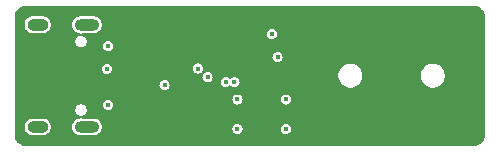
<source format=gbr>
%TF.GenerationSoftware,KiCad,Pcbnew,8.0.1-8.0.1-1~ubuntu22.04.1*%
%TF.CreationDate,2024-03-29T11:51:52+01:00*%
%TF.ProjectId,usb2mid,75736232-6d69-4642-9e6b-696361645f70,rev?*%
%TF.SameCoordinates,Original*%
%TF.FileFunction,Copper,L3,Inr*%
%TF.FilePolarity,Positive*%
%FSLAX46Y46*%
G04 Gerber Fmt 4.6, Leading zero omitted, Abs format (unit mm)*
G04 Created by KiCad (PCBNEW 8.0.1-8.0.1-1~ubuntu22.04.1) date 2024-03-29 11:51:52*
%MOMM*%
%LPD*%
G01*
G04 APERTURE LIST*
%TA.AperFunction,ComponentPad*%
%ADD10O,2.100000X1.000000*%
%TD*%
%TA.AperFunction,ComponentPad*%
%ADD11O,1.800000X1.000000*%
%TD*%
%TA.AperFunction,ViaPad*%
%ADD12C,0.450000*%
%TD*%
G04 APERTURE END LIST*
D10*
%TO.N,unconnected-(J1-SHIELD-PadS1)_2*%
%TO.C,J1*%
X28205000Y-45680000D03*
D11*
%TO.N,unconnected-(J1-SHIELD-PadS1)_1*%
X24025000Y-45680000D03*
D10*
%TO.N,unconnected-(J1-SHIELD-PadS1)_0*%
X28205000Y-54320000D03*
D11*
%TO.N,unconnected-(J1-SHIELD-PadS1)*%
X24025000Y-54320000D03*
%TD*%
D12*
%TO.N,+3.3V*%
X44345000Y-48435000D03*
X34780000Y-50800000D03*
%TO.N,GND*%
X30000000Y-46760000D03*
X46100000Y-50600000D03*
X40125000Y-46825000D03*
X34900000Y-45580000D03*
X35060000Y-54000000D03*
X31550000Y-54000000D03*
X40690000Y-55640000D03*
X41275000Y-47975000D03*
X33310000Y-51700000D03*
X32110000Y-44810000D03*
X60360000Y-49920000D03*
X45865000Y-45900000D03*
X52560000Y-52850000D03*
X24000000Y-50030000D03*
X49810000Y-54630000D03*
X53430000Y-54600000D03*
X30000000Y-53250000D03*
X48860000Y-52810000D03*
X32200000Y-49400000D03*
X45000000Y-46920000D03*
X25810000Y-47210000D03*
X57250000Y-46300000D03*
X33500000Y-46500000D03*
X36700000Y-45580000D03*
X46140000Y-54610000D03*
X32410000Y-51710000D03*
X41275000Y-46825000D03*
X52730000Y-46360000D03*
X36450000Y-52520000D03*
X45200000Y-49010000D03*
X59853208Y-54165643D03*
X52779110Y-50377557D03*
X25990000Y-52080000D03*
X41020000Y-53250000D03*
X40125000Y-47975000D03*
X55770000Y-49450000D03*
X30900000Y-54500000D03*
X45950000Y-52700000D03*
%TO.N,/NRST*%
X43860000Y-46470000D03*
%TO.N,/SWDIO*%
X37610000Y-49390000D03*
%TO.N,/SWCLK*%
X38420000Y-50130000D03*
%TO.N,/UART_TX*%
X39950000Y-50500000D03*
%TO.N,/UART_RX*%
X40700000Y-50550000D03*
%TO.N,VBUS*%
X29900000Y-49400000D03*
X30000000Y-52450000D03*
X30000000Y-47500000D03*
%TO.N,/SINK*%
X40950000Y-52000000D03*
X45050000Y-54500000D03*
%TO.N,/SOURCE*%
X40950000Y-54500000D03*
X45050000Y-52000000D03*
%TD*%
%TA.AperFunction,Conductor*%
%TO.N,GND*%
G36*
X61005395Y-44080972D02*
G01*
X61148859Y-44093523D01*
X61170144Y-44097275D01*
X61304014Y-44133146D01*
X61324318Y-44140537D01*
X61449920Y-44199106D01*
X61468636Y-44209912D01*
X61582156Y-44289399D01*
X61598714Y-44303293D01*
X61696706Y-44401285D01*
X61710600Y-44417843D01*
X61790087Y-44531363D01*
X61800894Y-44550081D01*
X61859461Y-44675678D01*
X61866854Y-44695989D01*
X61902723Y-44829854D01*
X61906476Y-44851140D01*
X61919028Y-44994603D01*
X61919500Y-45005411D01*
X61919500Y-54994588D01*
X61919028Y-55005396D01*
X61906476Y-55148859D01*
X61902723Y-55170145D01*
X61866854Y-55304010D01*
X61859461Y-55324321D01*
X61800894Y-55449918D01*
X61790087Y-55468636D01*
X61710600Y-55582156D01*
X61696706Y-55598714D01*
X61598714Y-55696706D01*
X61582156Y-55710600D01*
X61468636Y-55790087D01*
X61449918Y-55800894D01*
X61324321Y-55859461D01*
X61304010Y-55866854D01*
X61170145Y-55902723D01*
X61148859Y-55906476D01*
X61019623Y-55917783D01*
X61005394Y-55919028D01*
X60994588Y-55919500D01*
X23005412Y-55919500D01*
X22994605Y-55919028D01*
X22978672Y-55917634D01*
X22851140Y-55906476D01*
X22829854Y-55902723D01*
X22695989Y-55866854D01*
X22675678Y-55859461D01*
X22550081Y-55800894D01*
X22531363Y-55790087D01*
X22417843Y-55710600D01*
X22401285Y-55696706D01*
X22303293Y-55598714D01*
X22289399Y-55582156D01*
X22209912Y-55468636D01*
X22199105Y-55449918D01*
X22140538Y-55324321D01*
X22133145Y-55304010D01*
X22097276Y-55170145D01*
X22093523Y-55148858D01*
X22080972Y-55005395D01*
X22080500Y-54994588D01*
X22080500Y-54388995D01*
X22924499Y-54388995D01*
X22951418Y-54524322D01*
X22951421Y-54524332D01*
X23004221Y-54651804D01*
X23004228Y-54651817D01*
X23080885Y-54766541D01*
X23080888Y-54766545D01*
X23178454Y-54864111D01*
X23178458Y-54864114D01*
X23293182Y-54940771D01*
X23293195Y-54940778D01*
X23420667Y-54993578D01*
X23420672Y-54993580D01*
X23420676Y-54993580D01*
X23420677Y-54993581D01*
X23556004Y-55020500D01*
X23556007Y-55020500D01*
X24493995Y-55020500D01*
X24585041Y-55002389D01*
X24629328Y-54993580D01*
X24756811Y-54940775D01*
X24871542Y-54864114D01*
X24969114Y-54766542D01*
X25045775Y-54651811D01*
X25098580Y-54524328D01*
X25125500Y-54388995D01*
X26954499Y-54388995D01*
X26981418Y-54524322D01*
X26981421Y-54524332D01*
X27034221Y-54651804D01*
X27034228Y-54651817D01*
X27110885Y-54766541D01*
X27110888Y-54766545D01*
X27208454Y-54864111D01*
X27208458Y-54864114D01*
X27323182Y-54940771D01*
X27323195Y-54940778D01*
X27450667Y-54993578D01*
X27450672Y-54993580D01*
X27450676Y-54993580D01*
X27450677Y-54993581D01*
X27586004Y-55020500D01*
X27586007Y-55020500D01*
X28823995Y-55020500D01*
X28915041Y-55002389D01*
X28959328Y-54993580D01*
X29086811Y-54940775D01*
X29201542Y-54864114D01*
X29299114Y-54766542D01*
X29375775Y-54651811D01*
X29428580Y-54524328D01*
X29433419Y-54500002D01*
X40519196Y-54500002D01*
X40540279Y-54633121D01*
X40540280Y-54633124D01*
X40540281Y-54633126D01*
X40549805Y-54651817D01*
X40601473Y-54753221D01*
X40601476Y-54753225D01*
X40696774Y-54848523D01*
X40696778Y-54848526D01*
X40696780Y-54848528D01*
X40816874Y-54909719D01*
X40816876Y-54909719D01*
X40816878Y-54909720D01*
X40949998Y-54930804D01*
X40950000Y-54930804D01*
X40950002Y-54930804D01*
X41083121Y-54909720D01*
X41083121Y-54909719D01*
X41083126Y-54909719D01*
X41203220Y-54848528D01*
X41298528Y-54753220D01*
X41359719Y-54633126D01*
X41359720Y-54633121D01*
X41380804Y-54500002D01*
X44619196Y-54500002D01*
X44640279Y-54633121D01*
X44640280Y-54633124D01*
X44640281Y-54633126D01*
X44649805Y-54651817D01*
X44701473Y-54753221D01*
X44701476Y-54753225D01*
X44796774Y-54848523D01*
X44796778Y-54848526D01*
X44796780Y-54848528D01*
X44916874Y-54909719D01*
X44916876Y-54909719D01*
X44916878Y-54909720D01*
X45049998Y-54930804D01*
X45050000Y-54930804D01*
X45050002Y-54930804D01*
X45183121Y-54909720D01*
X45183121Y-54909719D01*
X45183126Y-54909719D01*
X45303220Y-54848528D01*
X45398528Y-54753220D01*
X45459719Y-54633126D01*
X45459720Y-54633121D01*
X45480804Y-54500002D01*
X45480804Y-54499997D01*
X45459720Y-54366878D01*
X45459719Y-54366876D01*
X45459719Y-54366874D01*
X45398528Y-54246780D01*
X45398526Y-54246778D01*
X45398523Y-54246774D01*
X45303225Y-54151476D01*
X45303221Y-54151473D01*
X45303220Y-54151472D01*
X45183126Y-54090281D01*
X45183124Y-54090280D01*
X45183121Y-54090279D01*
X45050002Y-54069196D01*
X45049998Y-54069196D01*
X44916878Y-54090279D01*
X44796778Y-54151473D01*
X44796774Y-54151476D01*
X44701476Y-54246774D01*
X44701473Y-54246778D01*
X44640279Y-54366878D01*
X44619196Y-54499997D01*
X44619196Y-54500002D01*
X41380804Y-54500002D01*
X41380804Y-54499997D01*
X41359720Y-54366878D01*
X41359719Y-54366876D01*
X41359719Y-54366874D01*
X41298528Y-54246780D01*
X41298526Y-54246778D01*
X41298523Y-54246774D01*
X41203225Y-54151476D01*
X41203221Y-54151473D01*
X41203220Y-54151472D01*
X41083126Y-54090281D01*
X41083124Y-54090280D01*
X41083121Y-54090279D01*
X40950002Y-54069196D01*
X40949998Y-54069196D01*
X40816878Y-54090279D01*
X40696778Y-54151473D01*
X40696774Y-54151476D01*
X40601476Y-54246774D01*
X40601473Y-54246778D01*
X40540279Y-54366878D01*
X40519196Y-54499997D01*
X40519196Y-54500002D01*
X29433419Y-54500002D01*
X29455500Y-54388993D01*
X29455500Y-54251007D01*
X29455500Y-54251004D01*
X29428581Y-54115677D01*
X29428580Y-54115676D01*
X29428580Y-54115672D01*
X29409329Y-54069196D01*
X29375778Y-53988195D01*
X29375771Y-53988182D01*
X29299114Y-53873458D01*
X29299111Y-53873454D01*
X29201545Y-53775888D01*
X29201541Y-53775885D01*
X29086817Y-53699228D01*
X29086804Y-53699221D01*
X28959332Y-53646421D01*
X28959322Y-53646418D01*
X28823995Y-53619500D01*
X28823993Y-53619500D01*
X27819489Y-53619500D01*
X27752450Y-53599815D01*
X27706695Y-53547011D01*
X27705319Y-53537447D01*
X27704499Y-53544312D01*
X27660014Y-53598190D01*
X27593462Y-53619465D01*
X27590511Y-53619500D01*
X27586005Y-53619500D01*
X27450677Y-53646418D01*
X27450667Y-53646421D01*
X27323195Y-53699221D01*
X27323182Y-53699228D01*
X27208458Y-53775885D01*
X27208454Y-53775888D01*
X27110888Y-53873454D01*
X27110885Y-53873458D01*
X27034228Y-53988182D01*
X27034221Y-53988195D01*
X26981421Y-54115667D01*
X26981418Y-54115677D01*
X26954500Y-54251004D01*
X26954500Y-54251007D01*
X26954500Y-54388993D01*
X26954500Y-54388995D01*
X26954499Y-54388995D01*
X25125500Y-54388995D01*
X25125500Y-54388993D01*
X25125500Y-54251007D01*
X25125500Y-54251004D01*
X25098581Y-54115677D01*
X25098580Y-54115676D01*
X25098580Y-54115672D01*
X25079329Y-54069196D01*
X25045778Y-53988195D01*
X25045771Y-53988182D01*
X24969114Y-53873458D01*
X24969111Y-53873454D01*
X24871545Y-53775888D01*
X24871541Y-53775885D01*
X24756817Y-53699228D01*
X24756804Y-53699221D01*
X24629332Y-53646421D01*
X24629322Y-53646418D01*
X24493995Y-53619500D01*
X24493993Y-53619500D01*
X23556007Y-53619500D01*
X23556005Y-53619500D01*
X23420677Y-53646418D01*
X23420667Y-53646421D01*
X23293195Y-53699221D01*
X23293182Y-53699228D01*
X23178458Y-53775885D01*
X23178454Y-53775888D01*
X23080888Y-53873454D01*
X23080885Y-53873458D01*
X23004228Y-53988182D01*
X23004221Y-53988195D01*
X22951421Y-54115667D01*
X22951418Y-54115677D01*
X22924500Y-54251004D01*
X22924500Y-54251007D01*
X22924500Y-54388993D01*
X22924500Y-54388995D01*
X22924499Y-54388995D01*
X22080500Y-54388995D01*
X22080500Y-52954575D01*
X27214500Y-52954575D01*
X27247926Y-53079327D01*
X27280214Y-53135250D01*
X27312502Y-53191174D01*
X27403826Y-53282498D01*
X27515674Y-53347074D01*
X27622604Y-53375725D01*
X27682265Y-53412090D01*
X27705211Y-53459327D01*
X27725776Y-53414297D01*
X27784554Y-53376523D01*
X27787377Y-53375730D01*
X27894326Y-53347074D01*
X28006174Y-53282498D01*
X28097498Y-53191174D01*
X28162074Y-53079326D01*
X28195500Y-52954576D01*
X28195500Y-52825424D01*
X28162074Y-52700674D01*
X28097498Y-52588826D01*
X28006174Y-52497502D01*
X27950250Y-52465214D01*
X27923903Y-52450002D01*
X29569196Y-52450002D01*
X29590279Y-52583121D01*
X29590280Y-52583124D01*
X29590281Y-52583126D01*
X29650174Y-52700672D01*
X29651473Y-52703221D01*
X29651476Y-52703225D01*
X29746774Y-52798523D01*
X29746778Y-52798526D01*
X29746780Y-52798528D01*
X29866874Y-52859719D01*
X29866876Y-52859719D01*
X29866878Y-52859720D01*
X29999998Y-52880804D01*
X30000000Y-52880804D01*
X30000002Y-52880804D01*
X30133121Y-52859720D01*
X30133121Y-52859719D01*
X30133126Y-52859719D01*
X30253220Y-52798528D01*
X30348528Y-52703220D01*
X30409719Y-52583126D01*
X30423280Y-52497504D01*
X30430804Y-52450002D01*
X30430804Y-52449997D01*
X30409720Y-52316878D01*
X30409719Y-52316876D01*
X30409719Y-52316874D01*
X30348528Y-52196780D01*
X30348526Y-52196778D01*
X30348523Y-52196774D01*
X30253225Y-52101476D01*
X30253221Y-52101473D01*
X30253220Y-52101472D01*
X30133126Y-52040281D01*
X30133124Y-52040280D01*
X30133121Y-52040279D01*
X30000002Y-52019196D01*
X29999998Y-52019196D01*
X29866878Y-52040279D01*
X29746778Y-52101473D01*
X29746774Y-52101476D01*
X29651476Y-52196774D01*
X29651473Y-52196778D01*
X29590279Y-52316878D01*
X29569196Y-52449997D01*
X29569196Y-52450002D01*
X27923903Y-52450002D01*
X27894327Y-52432926D01*
X27807718Y-52409720D01*
X27769576Y-52399500D01*
X27640424Y-52399500D01*
X27515672Y-52432926D01*
X27403826Y-52497502D01*
X27403823Y-52497504D01*
X27312504Y-52588823D01*
X27312502Y-52588826D01*
X27247926Y-52700672D01*
X27214500Y-52825424D01*
X27214500Y-52954575D01*
X22080500Y-52954575D01*
X22080500Y-52000002D01*
X40519196Y-52000002D01*
X40540279Y-52133121D01*
X40540280Y-52133124D01*
X40540281Y-52133126D01*
X40601472Y-52253220D01*
X40601473Y-52253221D01*
X40601476Y-52253225D01*
X40696774Y-52348523D01*
X40696778Y-52348526D01*
X40696780Y-52348528D01*
X40816874Y-52409719D01*
X40816876Y-52409719D01*
X40816878Y-52409720D01*
X40949998Y-52430804D01*
X40950000Y-52430804D01*
X40950002Y-52430804D01*
X41083121Y-52409720D01*
X41083121Y-52409719D01*
X41083126Y-52409719D01*
X41203220Y-52348528D01*
X41298528Y-52253220D01*
X41359719Y-52133126D01*
X41364732Y-52101476D01*
X41380804Y-52000002D01*
X44619196Y-52000002D01*
X44640279Y-52133121D01*
X44640280Y-52133124D01*
X44640281Y-52133126D01*
X44701472Y-52253220D01*
X44701473Y-52253221D01*
X44701476Y-52253225D01*
X44796774Y-52348523D01*
X44796778Y-52348526D01*
X44796780Y-52348528D01*
X44916874Y-52409719D01*
X44916876Y-52409719D01*
X44916878Y-52409720D01*
X45049998Y-52430804D01*
X45050000Y-52430804D01*
X45050002Y-52430804D01*
X45183121Y-52409720D01*
X45183121Y-52409719D01*
X45183126Y-52409719D01*
X45303220Y-52348528D01*
X45398528Y-52253220D01*
X45459719Y-52133126D01*
X45464732Y-52101476D01*
X45480804Y-52000002D01*
X45480804Y-51999997D01*
X45459720Y-51866878D01*
X45459719Y-51866876D01*
X45459719Y-51866874D01*
X45398528Y-51746780D01*
X45398526Y-51746778D01*
X45398523Y-51746774D01*
X45303225Y-51651476D01*
X45303221Y-51651473D01*
X45303220Y-51651472D01*
X45183126Y-51590281D01*
X45183124Y-51590280D01*
X45183121Y-51590279D01*
X45050002Y-51569196D01*
X45049998Y-51569196D01*
X44916878Y-51590279D01*
X44796778Y-51651473D01*
X44796774Y-51651476D01*
X44701476Y-51746774D01*
X44701473Y-51746778D01*
X44640279Y-51866878D01*
X44619196Y-51999997D01*
X44619196Y-52000002D01*
X41380804Y-52000002D01*
X41380804Y-51999997D01*
X41359720Y-51866878D01*
X41359719Y-51866876D01*
X41359719Y-51866874D01*
X41298528Y-51746780D01*
X41298526Y-51746778D01*
X41298523Y-51746774D01*
X41203225Y-51651476D01*
X41203221Y-51651473D01*
X41203220Y-51651472D01*
X41083126Y-51590281D01*
X41083124Y-51590280D01*
X41083121Y-51590279D01*
X40950002Y-51569196D01*
X40949998Y-51569196D01*
X40816878Y-51590279D01*
X40696778Y-51651473D01*
X40696774Y-51651476D01*
X40601476Y-51746774D01*
X40601473Y-51746778D01*
X40540279Y-51866878D01*
X40519196Y-51999997D01*
X40519196Y-52000002D01*
X22080500Y-52000002D01*
X22080500Y-50800002D01*
X34349196Y-50800002D01*
X34370279Y-50933121D01*
X34370280Y-50933124D01*
X34370281Y-50933126D01*
X34412253Y-51015500D01*
X34431473Y-51053221D01*
X34431476Y-51053225D01*
X34526774Y-51148523D01*
X34526778Y-51148526D01*
X34526780Y-51148528D01*
X34646874Y-51209719D01*
X34646876Y-51209719D01*
X34646878Y-51209720D01*
X34779998Y-51230804D01*
X34780000Y-51230804D01*
X34780002Y-51230804D01*
X34913121Y-51209720D01*
X34913121Y-51209719D01*
X34913126Y-51209719D01*
X35033220Y-51148528D01*
X35128528Y-51053220D01*
X35189719Y-50933126D01*
X35193426Y-50909720D01*
X35210804Y-50800002D01*
X35210804Y-50799997D01*
X35189720Y-50666878D01*
X35189719Y-50666876D01*
X35189719Y-50666874D01*
X35128528Y-50546780D01*
X35128526Y-50546778D01*
X35128523Y-50546774D01*
X35033225Y-50451476D01*
X35033221Y-50451473D01*
X35033220Y-50451472D01*
X34913126Y-50390281D01*
X34913124Y-50390280D01*
X34913121Y-50390279D01*
X34780002Y-50369196D01*
X34779998Y-50369196D01*
X34646878Y-50390279D01*
X34646874Y-50390280D01*
X34646874Y-50390281D01*
X34566811Y-50431075D01*
X34526778Y-50451473D01*
X34526774Y-50451476D01*
X34431476Y-50546774D01*
X34431473Y-50546778D01*
X34431472Y-50546780D01*
X34387477Y-50633126D01*
X34370279Y-50666878D01*
X34349196Y-50799997D01*
X34349196Y-50800002D01*
X22080500Y-50800002D01*
X22080500Y-50130002D01*
X37989196Y-50130002D01*
X38010279Y-50263121D01*
X38010280Y-50263124D01*
X38010281Y-50263126D01*
X38071472Y-50383220D01*
X38071473Y-50383221D01*
X38071476Y-50383225D01*
X38166774Y-50478523D01*
X38166778Y-50478526D01*
X38166780Y-50478528D01*
X38286874Y-50539719D01*
X38286876Y-50539719D01*
X38286878Y-50539720D01*
X38419998Y-50560804D01*
X38420000Y-50560804D01*
X38420002Y-50560804D01*
X38553121Y-50539720D01*
X38553121Y-50539719D01*
X38553126Y-50539719D01*
X38631075Y-50500002D01*
X39519196Y-50500002D01*
X39540279Y-50633121D01*
X39540280Y-50633124D01*
X39540281Y-50633126D01*
X39587738Y-50726265D01*
X39601473Y-50753221D01*
X39601476Y-50753225D01*
X39696774Y-50848523D01*
X39696778Y-50848526D01*
X39696780Y-50848528D01*
X39816874Y-50909719D01*
X39816876Y-50909719D01*
X39816878Y-50909720D01*
X39949998Y-50930804D01*
X39950000Y-50930804D01*
X39950002Y-50930804D01*
X40083121Y-50909720D01*
X40083121Y-50909719D01*
X40083126Y-50909719D01*
X40203220Y-50848528D01*
X40203225Y-50848523D01*
X40212319Y-50839430D01*
X40273642Y-50805945D01*
X40343334Y-50810929D01*
X40387681Y-50839430D01*
X40446774Y-50898523D01*
X40446778Y-50898526D01*
X40446780Y-50898528D01*
X40566874Y-50959719D01*
X40566876Y-50959719D01*
X40566878Y-50959720D01*
X40699998Y-50980804D01*
X40700000Y-50980804D01*
X40700002Y-50980804D01*
X40833121Y-50959720D01*
X40833121Y-50959719D01*
X40833126Y-50959719D01*
X40953220Y-50898528D01*
X41048528Y-50803220D01*
X41109719Y-50683126D01*
X41109720Y-50683121D01*
X41130804Y-50550002D01*
X41130804Y-50549997D01*
X41109720Y-50416878D01*
X41109719Y-50416876D01*
X41109719Y-50416874D01*
X41048528Y-50296780D01*
X41048526Y-50296778D01*
X41048523Y-50296774D01*
X40953225Y-50201476D01*
X40953221Y-50201473D01*
X40953220Y-50201472D01*
X40833126Y-50140281D01*
X40833124Y-50140280D01*
X40833121Y-50140279D01*
X40700002Y-50119196D01*
X40699998Y-50119196D01*
X40566878Y-50140279D01*
X40566874Y-50140280D01*
X40566874Y-50140281D01*
X40544903Y-50151476D01*
X40446778Y-50201473D01*
X40446774Y-50201476D01*
X40437681Y-50210570D01*
X40376358Y-50244055D01*
X40306666Y-50239071D01*
X40262319Y-50210570D01*
X40203225Y-50151476D01*
X40203221Y-50151473D01*
X40203220Y-50151472D01*
X40102244Y-50100022D01*
X49484500Y-50100022D01*
X49523523Y-50296203D01*
X49523526Y-50296215D01*
X49600071Y-50481013D01*
X49600078Y-50481026D01*
X49711208Y-50647343D01*
X49711211Y-50647347D01*
X49852652Y-50788788D01*
X49852656Y-50788791D01*
X50018973Y-50899921D01*
X50018986Y-50899928D01*
X50203784Y-50976473D01*
X50203789Y-50976475D01*
X50399977Y-51015499D01*
X50399981Y-51015500D01*
X50399982Y-51015500D01*
X50600019Y-51015500D01*
X50600020Y-51015499D01*
X50796211Y-50976475D01*
X50981020Y-50899925D01*
X51147344Y-50788791D01*
X51288791Y-50647344D01*
X51399925Y-50481020D01*
X51476475Y-50296211D01*
X51515499Y-50100022D01*
X56484500Y-50100022D01*
X56523523Y-50296203D01*
X56523526Y-50296215D01*
X56600071Y-50481013D01*
X56600078Y-50481026D01*
X56711208Y-50647343D01*
X56711211Y-50647347D01*
X56852652Y-50788788D01*
X56852656Y-50788791D01*
X57018973Y-50899921D01*
X57018986Y-50899928D01*
X57203784Y-50976473D01*
X57203789Y-50976475D01*
X57399977Y-51015499D01*
X57399981Y-51015500D01*
X57399982Y-51015500D01*
X57600019Y-51015500D01*
X57600020Y-51015499D01*
X57796211Y-50976475D01*
X57981020Y-50899925D01*
X58147344Y-50788791D01*
X58288791Y-50647344D01*
X58399925Y-50481020D01*
X58476475Y-50296211D01*
X58515500Y-50100018D01*
X58515500Y-49899982D01*
X58476475Y-49703789D01*
X58453837Y-49649135D01*
X58399928Y-49518986D01*
X58399921Y-49518973D01*
X58288791Y-49352656D01*
X58288788Y-49352652D01*
X58147347Y-49211211D01*
X58147343Y-49211208D01*
X57981026Y-49100078D01*
X57981013Y-49100071D01*
X57796215Y-49023526D01*
X57796203Y-49023523D01*
X57600022Y-48984500D01*
X57600018Y-48984500D01*
X57399982Y-48984500D01*
X57399977Y-48984500D01*
X57203796Y-49023523D01*
X57203784Y-49023526D01*
X57018986Y-49100071D01*
X57018973Y-49100078D01*
X56852656Y-49211208D01*
X56852652Y-49211211D01*
X56711211Y-49352652D01*
X56711208Y-49352656D01*
X56600078Y-49518973D01*
X56600071Y-49518986D01*
X56523526Y-49703784D01*
X56523523Y-49703796D01*
X56484500Y-49899977D01*
X56484500Y-50100022D01*
X51515499Y-50100022D01*
X51515500Y-50100018D01*
X51515500Y-49899982D01*
X51476475Y-49703789D01*
X51453837Y-49649135D01*
X51399928Y-49518986D01*
X51399921Y-49518973D01*
X51288791Y-49352656D01*
X51288788Y-49352652D01*
X51147347Y-49211211D01*
X51147343Y-49211208D01*
X50981026Y-49100078D01*
X50981013Y-49100071D01*
X50796215Y-49023526D01*
X50796203Y-49023523D01*
X50600022Y-48984500D01*
X50600018Y-48984500D01*
X50399982Y-48984500D01*
X50399977Y-48984500D01*
X50203796Y-49023523D01*
X50203784Y-49023526D01*
X50018986Y-49100071D01*
X50018973Y-49100078D01*
X49852656Y-49211208D01*
X49852652Y-49211211D01*
X49711211Y-49352652D01*
X49711208Y-49352656D01*
X49600078Y-49518973D01*
X49600071Y-49518986D01*
X49523526Y-49703784D01*
X49523523Y-49703796D01*
X49484500Y-49899977D01*
X49484500Y-50100022D01*
X40102244Y-50100022D01*
X40083126Y-50090281D01*
X40083124Y-50090280D01*
X40083121Y-50090279D01*
X39950002Y-50069196D01*
X39949998Y-50069196D01*
X39816878Y-50090279D01*
X39696778Y-50151473D01*
X39696774Y-50151476D01*
X39601476Y-50246774D01*
X39601473Y-50246778D01*
X39540279Y-50366878D01*
X39519196Y-50499997D01*
X39519196Y-50500002D01*
X38631075Y-50500002D01*
X38673220Y-50478528D01*
X38768528Y-50383220D01*
X38829719Y-50263126D01*
X38838043Y-50210570D01*
X38850804Y-50130002D01*
X38850804Y-50129997D01*
X38829720Y-49996878D01*
X38829719Y-49996876D01*
X38829719Y-49996874D01*
X38768528Y-49876780D01*
X38768526Y-49876778D01*
X38768523Y-49876774D01*
X38673225Y-49781476D01*
X38673221Y-49781473D01*
X38673220Y-49781472D01*
X38553126Y-49720281D01*
X38553124Y-49720280D01*
X38553121Y-49720279D01*
X38420002Y-49699196D01*
X38419998Y-49699196D01*
X38286878Y-49720279D01*
X38166778Y-49781473D01*
X38166773Y-49781477D01*
X38152003Y-49796247D01*
X38090679Y-49829731D01*
X38083565Y-49829222D01*
X38075191Y-49867722D01*
X38075903Y-49868085D01*
X38074523Y-49870792D01*
X38074509Y-49870859D01*
X38074408Y-49871018D01*
X38071472Y-49876779D01*
X38071472Y-49876780D01*
X38059650Y-49899982D01*
X38010279Y-49996878D01*
X37989196Y-50129997D01*
X37989196Y-50130002D01*
X22080500Y-50130002D01*
X22080500Y-49400002D01*
X29469196Y-49400002D01*
X29490279Y-49533121D01*
X29490280Y-49533124D01*
X29490281Y-49533126D01*
X29550992Y-49652277D01*
X29551473Y-49653221D01*
X29551476Y-49653225D01*
X29646774Y-49748523D01*
X29646778Y-49748526D01*
X29646780Y-49748528D01*
X29766874Y-49809719D01*
X29766876Y-49809719D01*
X29766878Y-49809720D01*
X29899998Y-49830804D01*
X29900000Y-49830804D01*
X29900002Y-49830804D01*
X30033121Y-49809720D01*
X30033121Y-49809719D01*
X30033126Y-49809719D01*
X30153220Y-49748528D01*
X30248528Y-49653220D01*
X30309719Y-49533126D01*
X30311959Y-49518986D01*
X30330804Y-49400002D01*
X30330804Y-49399997D01*
X30329221Y-49390002D01*
X37179196Y-49390002D01*
X37200279Y-49523121D01*
X37200280Y-49523124D01*
X37200281Y-49523126D01*
X37261472Y-49643220D01*
X37261473Y-49643221D01*
X37261476Y-49643225D01*
X37356774Y-49738523D01*
X37356778Y-49738526D01*
X37356780Y-49738528D01*
X37476874Y-49799719D01*
X37476876Y-49799719D01*
X37476878Y-49799720D01*
X37609998Y-49820804D01*
X37610000Y-49820804D01*
X37610002Y-49820804D01*
X37743121Y-49799720D01*
X37743121Y-49799719D01*
X37743126Y-49799719D01*
X37863220Y-49738528D01*
X37877992Y-49723756D01*
X37939314Y-49690269D01*
X37946433Y-49690778D01*
X37954809Y-49652277D01*
X37954097Y-49651915D01*
X37955477Y-49649205D01*
X37955493Y-49649135D01*
X37955597Y-49648970D01*
X37958525Y-49643222D01*
X37958528Y-49643220D01*
X38019719Y-49523126D01*
X38040804Y-49390000D01*
X38034889Y-49352656D01*
X38019720Y-49256878D01*
X38019719Y-49256876D01*
X38019719Y-49256874D01*
X37958528Y-49136780D01*
X37958526Y-49136778D01*
X37958523Y-49136774D01*
X37863225Y-49041476D01*
X37863221Y-49041473D01*
X37863220Y-49041472D01*
X37743126Y-48980281D01*
X37743124Y-48980280D01*
X37743121Y-48980279D01*
X37610002Y-48959196D01*
X37609998Y-48959196D01*
X37476878Y-48980279D01*
X37356778Y-49041473D01*
X37356774Y-49041476D01*
X37261476Y-49136774D01*
X37261473Y-49136778D01*
X37261472Y-49136780D01*
X37223549Y-49211209D01*
X37200279Y-49256878D01*
X37179196Y-49389997D01*
X37179196Y-49390002D01*
X30329221Y-49390002D01*
X30309720Y-49266878D01*
X30309719Y-49266876D01*
X30309719Y-49266874D01*
X30248528Y-49146780D01*
X30248526Y-49146778D01*
X30248523Y-49146774D01*
X30153225Y-49051476D01*
X30153221Y-49051473D01*
X30153220Y-49051472D01*
X30033126Y-48990281D01*
X30033124Y-48990280D01*
X30033121Y-48990279D01*
X29900002Y-48969196D01*
X29899998Y-48969196D01*
X29766878Y-48990279D01*
X29646778Y-49051473D01*
X29646774Y-49051476D01*
X29551476Y-49146774D01*
X29551473Y-49146778D01*
X29490279Y-49266878D01*
X29469196Y-49399997D01*
X29469196Y-49400002D01*
X22080500Y-49400002D01*
X22080500Y-48435002D01*
X43914196Y-48435002D01*
X43935279Y-48568121D01*
X43935280Y-48568124D01*
X43935281Y-48568126D01*
X43996472Y-48688220D01*
X43996473Y-48688221D01*
X43996476Y-48688225D01*
X44091774Y-48783523D01*
X44091778Y-48783526D01*
X44091780Y-48783528D01*
X44211874Y-48844719D01*
X44211876Y-48844719D01*
X44211878Y-48844720D01*
X44344998Y-48865804D01*
X44345000Y-48865804D01*
X44345002Y-48865804D01*
X44478121Y-48844720D01*
X44478121Y-48844719D01*
X44478126Y-48844719D01*
X44598220Y-48783528D01*
X44693528Y-48688220D01*
X44754719Y-48568126D01*
X44775804Y-48435000D01*
X44754719Y-48301874D01*
X44693528Y-48181780D01*
X44693526Y-48181778D01*
X44693523Y-48181774D01*
X44598225Y-48086476D01*
X44598221Y-48086473D01*
X44598220Y-48086472D01*
X44478126Y-48025281D01*
X44478124Y-48025280D01*
X44478121Y-48025279D01*
X44345002Y-48004196D01*
X44344998Y-48004196D01*
X44211878Y-48025279D01*
X44091778Y-48086473D01*
X44091774Y-48086476D01*
X43996476Y-48181774D01*
X43996473Y-48181778D01*
X43935279Y-48301878D01*
X43914196Y-48434997D01*
X43914196Y-48435002D01*
X22080500Y-48435002D01*
X22080500Y-47174575D01*
X27214500Y-47174575D01*
X27247926Y-47299327D01*
X27280214Y-47355250D01*
X27312502Y-47411174D01*
X27403826Y-47502498D01*
X27515674Y-47567074D01*
X27640424Y-47600500D01*
X27640426Y-47600500D01*
X27769574Y-47600500D01*
X27769576Y-47600500D01*
X27894326Y-47567074D01*
X28006174Y-47502498D01*
X28008670Y-47500002D01*
X29569196Y-47500002D01*
X29590279Y-47633121D01*
X29590280Y-47633124D01*
X29590281Y-47633126D01*
X29651472Y-47753220D01*
X29651473Y-47753221D01*
X29651476Y-47753225D01*
X29746774Y-47848523D01*
X29746778Y-47848526D01*
X29746780Y-47848528D01*
X29866874Y-47909719D01*
X29866876Y-47909719D01*
X29866878Y-47909720D01*
X29999998Y-47930804D01*
X30000000Y-47930804D01*
X30000002Y-47930804D01*
X30133121Y-47909720D01*
X30133121Y-47909719D01*
X30133126Y-47909719D01*
X30253220Y-47848528D01*
X30348528Y-47753220D01*
X30409719Y-47633126D01*
X30409720Y-47633121D01*
X30430804Y-47500002D01*
X30430804Y-47499997D01*
X30409720Y-47366878D01*
X30409719Y-47366876D01*
X30409719Y-47366874D01*
X30348528Y-47246780D01*
X30348526Y-47246778D01*
X30348523Y-47246774D01*
X30253225Y-47151476D01*
X30253221Y-47151473D01*
X30253220Y-47151472D01*
X30133126Y-47090281D01*
X30133124Y-47090280D01*
X30133121Y-47090279D01*
X30000002Y-47069196D01*
X29999998Y-47069196D01*
X29866878Y-47090279D01*
X29746778Y-47151473D01*
X29746774Y-47151476D01*
X29651476Y-47246774D01*
X29651473Y-47246778D01*
X29590279Y-47366878D01*
X29569196Y-47499997D01*
X29569196Y-47500002D01*
X28008670Y-47500002D01*
X28097498Y-47411174D01*
X28162074Y-47299326D01*
X28195500Y-47174576D01*
X28195500Y-47045424D01*
X28162074Y-46920674D01*
X28097498Y-46808826D01*
X28006174Y-46717502D01*
X27950250Y-46685214D01*
X27894327Y-46652926D01*
X27837911Y-46637810D01*
X27787395Y-46624274D01*
X27727735Y-46587910D01*
X27704788Y-46540672D01*
X27684224Y-46585703D01*
X27625446Y-46623477D01*
X27622622Y-46624269D01*
X27589535Y-46633135D01*
X27515672Y-46652926D01*
X27403826Y-46717502D01*
X27403823Y-46717504D01*
X27312504Y-46808823D01*
X27312502Y-46808826D01*
X27247926Y-46920672D01*
X27214500Y-47045424D01*
X27214500Y-47174575D01*
X22080500Y-47174575D01*
X22080500Y-46470002D01*
X43429196Y-46470002D01*
X43450279Y-46603121D01*
X43450280Y-46603124D01*
X43450281Y-46603126D01*
X43508559Y-46717502D01*
X43511473Y-46723221D01*
X43511476Y-46723225D01*
X43606774Y-46818523D01*
X43606778Y-46818526D01*
X43606780Y-46818528D01*
X43726874Y-46879719D01*
X43726876Y-46879719D01*
X43726878Y-46879720D01*
X43859998Y-46900804D01*
X43860000Y-46900804D01*
X43860002Y-46900804D01*
X43993121Y-46879720D01*
X43993121Y-46879719D01*
X43993126Y-46879719D01*
X44113220Y-46818528D01*
X44208528Y-46723220D01*
X44269719Y-46603126D01*
X44290804Y-46470000D01*
X44289624Y-46462552D01*
X44269720Y-46336878D01*
X44269719Y-46336876D01*
X44269719Y-46336874D01*
X44208528Y-46216780D01*
X44208526Y-46216778D01*
X44208523Y-46216774D01*
X44113225Y-46121476D01*
X44113221Y-46121473D01*
X44113220Y-46121472D01*
X43993126Y-46060281D01*
X43993124Y-46060280D01*
X43993121Y-46060279D01*
X43860002Y-46039196D01*
X43859998Y-46039196D01*
X43726878Y-46060279D01*
X43606778Y-46121473D01*
X43606774Y-46121476D01*
X43511476Y-46216774D01*
X43511473Y-46216778D01*
X43450279Y-46336878D01*
X43429196Y-46469997D01*
X43429196Y-46470002D01*
X22080500Y-46470002D01*
X22080500Y-45748995D01*
X22924499Y-45748995D01*
X22951418Y-45884322D01*
X22951421Y-45884332D01*
X23004221Y-46011804D01*
X23004228Y-46011817D01*
X23080885Y-46126541D01*
X23080888Y-46126545D01*
X23178454Y-46224111D01*
X23178458Y-46224114D01*
X23293182Y-46300771D01*
X23293195Y-46300778D01*
X23420667Y-46353578D01*
X23420672Y-46353580D01*
X23420676Y-46353580D01*
X23420677Y-46353581D01*
X23556004Y-46380500D01*
X23556007Y-46380500D01*
X24493995Y-46380500D01*
X24585041Y-46362389D01*
X24629328Y-46353580D01*
X24756811Y-46300775D01*
X24871542Y-46224114D01*
X24969114Y-46126542D01*
X25045775Y-46011811D01*
X25098580Y-45884328D01*
X25125500Y-45748995D01*
X26954499Y-45748995D01*
X26981418Y-45884322D01*
X26981421Y-45884332D01*
X27034221Y-46011804D01*
X27034228Y-46011817D01*
X27110885Y-46126541D01*
X27110888Y-46126545D01*
X27208454Y-46224111D01*
X27208458Y-46224114D01*
X27323182Y-46300771D01*
X27323195Y-46300778D01*
X27450667Y-46353578D01*
X27450672Y-46353580D01*
X27450676Y-46353580D01*
X27450677Y-46353581D01*
X27586004Y-46380500D01*
X27590511Y-46380500D01*
X27657550Y-46400185D01*
X27703305Y-46452989D01*
X27704680Y-46462552D01*
X27705501Y-46455688D01*
X27749986Y-46401810D01*
X27816538Y-46380535D01*
X27819489Y-46380500D01*
X28823995Y-46380500D01*
X28915041Y-46362389D01*
X28959328Y-46353580D01*
X29086811Y-46300775D01*
X29201542Y-46224114D01*
X29299114Y-46126542D01*
X29375775Y-46011811D01*
X29428580Y-45884328D01*
X29455500Y-45748993D01*
X29455500Y-45611007D01*
X29455500Y-45611004D01*
X29428581Y-45475677D01*
X29428580Y-45475676D01*
X29428580Y-45475672D01*
X29428578Y-45475667D01*
X29375778Y-45348195D01*
X29375771Y-45348182D01*
X29299114Y-45233458D01*
X29299111Y-45233454D01*
X29201545Y-45135888D01*
X29201541Y-45135885D01*
X29086817Y-45059228D01*
X29086804Y-45059221D01*
X28959332Y-45006421D01*
X28959322Y-45006418D01*
X28823995Y-44979500D01*
X28823993Y-44979500D01*
X27586007Y-44979500D01*
X27586005Y-44979500D01*
X27450677Y-45006418D01*
X27450667Y-45006421D01*
X27323195Y-45059221D01*
X27323182Y-45059228D01*
X27208458Y-45135885D01*
X27208454Y-45135888D01*
X27110888Y-45233454D01*
X27110885Y-45233458D01*
X27034228Y-45348182D01*
X27034221Y-45348195D01*
X26981421Y-45475667D01*
X26981418Y-45475677D01*
X26954500Y-45611004D01*
X26954500Y-45611007D01*
X26954500Y-45748993D01*
X26954500Y-45748995D01*
X26954499Y-45748995D01*
X25125500Y-45748995D01*
X25125500Y-45748993D01*
X25125500Y-45611007D01*
X25125500Y-45611004D01*
X25098581Y-45475677D01*
X25098580Y-45475676D01*
X25098580Y-45475672D01*
X25098578Y-45475667D01*
X25045778Y-45348195D01*
X25045771Y-45348182D01*
X24969114Y-45233458D01*
X24969111Y-45233454D01*
X24871545Y-45135888D01*
X24871541Y-45135885D01*
X24756817Y-45059228D01*
X24756804Y-45059221D01*
X24629332Y-45006421D01*
X24629322Y-45006418D01*
X24493995Y-44979500D01*
X24493993Y-44979500D01*
X23556007Y-44979500D01*
X23556005Y-44979500D01*
X23420677Y-45006418D01*
X23420667Y-45006421D01*
X23293195Y-45059221D01*
X23293182Y-45059228D01*
X23178458Y-45135885D01*
X23178454Y-45135888D01*
X23080888Y-45233454D01*
X23080885Y-45233458D01*
X23004228Y-45348182D01*
X23004221Y-45348195D01*
X22951421Y-45475667D01*
X22951418Y-45475677D01*
X22924500Y-45611004D01*
X22924500Y-45611007D01*
X22924500Y-45748993D01*
X22924500Y-45748995D01*
X22924499Y-45748995D01*
X22080500Y-45748995D01*
X22080500Y-45005411D01*
X22080972Y-44994604D01*
X22093523Y-44851141D01*
X22097276Y-44829854D01*
X22126905Y-44719278D01*
X22133147Y-44695982D01*
X22140535Y-44675684D01*
X22199108Y-44550074D01*
X22209908Y-44531368D01*
X22289404Y-44417835D01*
X22303287Y-44401291D01*
X22401291Y-44303287D01*
X22417835Y-44289404D01*
X22531368Y-44209908D01*
X22550074Y-44199108D01*
X22675684Y-44140535D01*
X22695982Y-44133147D01*
X22829857Y-44097275D01*
X22851138Y-44093523D01*
X22994605Y-44080972D01*
X23005412Y-44080500D01*
X23026156Y-44080500D01*
X60973844Y-44080500D01*
X60994588Y-44080500D01*
X61005395Y-44080972D01*
G37*
%TD.AperFunction*%
%TD*%
M02*

</source>
